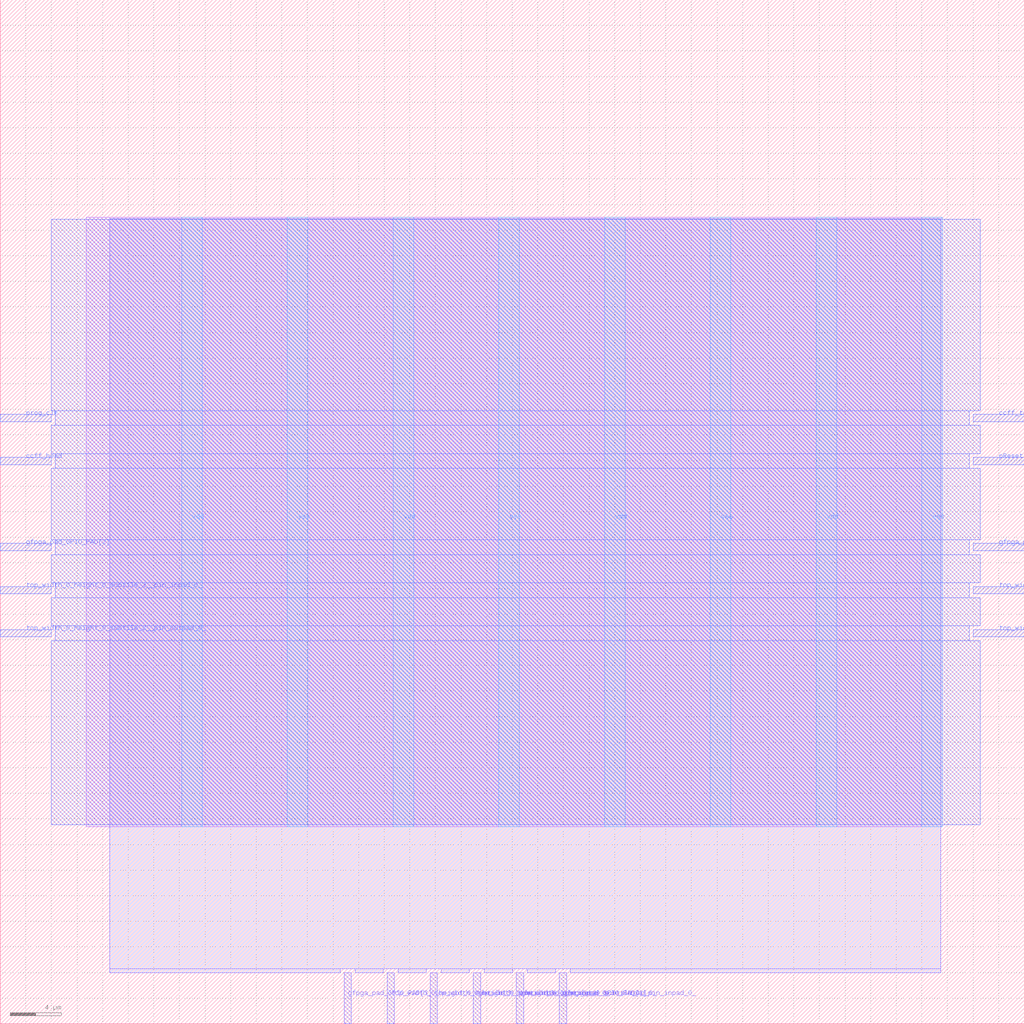
<source format=lef>
VERSION 5.7 ;
  NOWIREEXTENSIONATPIN ON ;
  DIVIDERCHAR "/" ;
  BUSBITCHARS "[]" ;
MACRO grid_io_bottom
  CLASS BLOCK ;
  FOREIGN grid_io_bottom ;
  ORIGIN 0.000 0.000 ;
  SIZE 80.000 BY 80.000 ;
  PIN ccff_head
    DIRECTION INPUT ;
    USE SIGNAL ;
    ANTENNAGATEAREA 0.741000 ;
    ANTENNADIFFAREA 0.410400 ;
    PORT
      LAYER Metal3 ;
        RECT 0.000 43.680 4.000 44.240 ;
    END
  END ccff_head
  PIN ccff_tail
    DIRECTION OUTPUT TRISTATE ;
    USE SIGNAL ;
    ANTENNADIFFAREA 1.986000 ;
    PORT
      LAYER Metal3 ;
        RECT 76.000 47.040 80.000 47.600 ;
    END
  END ccff_tail
  PIN gfpga_pad_GPIO_PAD[0]
    DIRECTION INOUT ;
    USE SIGNAL ;
    ANTENNADIFFAREA 2.080400 ;
    PORT
      LAYER Metal3 ;
        RECT 76.000 36.960 80.000 37.520 ;
    END
  END gfpga_pad_GPIO_PAD[0]
  PIN gfpga_pad_GPIO_PAD[1]
    DIRECTION INOUT ;
    USE SIGNAL ;
    ANTENNADIFFAREA 2.080400 ;
    PORT
      LAYER Metal2 ;
        RECT 43.680 0.000 44.240 4.000 ;
    END
  END gfpga_pad_GPIO_PAD[1]
  PIN gfpga_pad_GPIO_PAD[2]
    DIRECTION INOUT ;
    USE SIGNAL ;
    ANTENNADIFFAREA 2.080400 ;
    PORT
      LAYER Metal3 ;
        RECT 0.000 36.960 4.000 37.520 ;
    END
  END gfpga_pad_GPIO_PAD[2]
  PIN gfpga_pad_GPIO_PAD[3]
    DIRECTION INOUT ;
    USE SIGNAL ;
    ANTENNADIFFAREA 2.080400 ;
    PORT
      LAYER Metal2 ;
        RECT 26.880 0.000 27.440 4.000 ;
    END
  END gfpga_pad_GPIO_PAD[3]
  PIN pReset
    DIRECTION INPUT ;
    USE SIGNAL ;
    ANTENNAGATEAREA 0.726000 ;
    ANTENNADIFFAREA 0.410400 ;
    PORT
      LAYER Metal3 ;
        RECT 76.000 43.680 80.000 44.240 ;
    END
  END pReset
  PIN prog_clk
    DIRECTION INPUT ;
    USE SIGNAL ;
    ANTENNAGATEAREA 4.738000 ;
    ANTENNADIFFAREA 0.410400 ;
    PORT
      LAYER Metal3 ;
        RECT 0.000 47.040 4.000 47.600 ;
    END
  END prog_clk
  PIN top_width_0_height_0_subtile_0__pin_inpad_0_
    DIRECTION OUTPUT TRISTATE ;
    USE SIGNAL ;
    ANTENNADIFFAREA 1.986000 ;
    PORT
      LAYER Metal3 ;
        RECT 76.000 33.600 80.000 34.160 ;
    END
  END top_width_0_height_0_subtile_0__pin_inpad_0_
  PIN top_width_0_height_0_subtile_0__pin_outpad_0_
    DIRECTION INPUT ;
    USE SIGNAL ;
    ANTENNAGATEAREA 0.741000 ;
    ANTENNADIFFAREA 0.410400 ;
    PORT
      LAYER Metal3 ;
        RECT 76.000 30.240 80.000 30.800 ;
    END
  END top_width_0_height_0_subtile_0__pin_outpad_0_
  PIN top_width_0_height_0_subtile_1__pin_inpad_0_
    DIRECTION OUTPUT TRISTATE ;
    USE SIGNAL ;
    ANTENNADIFFAREA 2.080400 ;
    PORT
      LAYER Metal2 ;
        RECT 40.320 0.000 40.880 4.000 ;
    END
  END top_width_0_height_0_subtile_1__pin_inpad_0_
  PIN top_width_0_height_0_subtile_1__pin_outpad_0_
    DIRECTION INPUT ;
    USE SIGNAL ;
    ANTENNAGATEAREA 0.741000 ;
    ANTENNADIFFAREA 0.410400 ;
    PORT
      LAYER Metal2 ;
        RECT 36.960 0.000 37.520 4.000 ;
    END
  END top_width_0_height_0_subtile_1__pin_outpad_0_
  PIN top_width_0_height_0_subtile_2__pin_inpad_0_
    DIRECTION OUTPUT TRISTATE ;
    USE SIGNAL ;
    ANTENNADIFFAREA 2.080400 ;
    PORT
      LAYER Metal3 ;
        RECT 0.000 33.600 4.000 34.160 ;
    END
  END top_width_0_height_0_subtile_2__pin_inpad_0_
  PIN top_width_0_height_0_subtile_2__pin_outpad_0_
    DIRECTION INPUT ;
    USE SIGNAL ;
    ANTENNAGATEAREA 0.741000 ;
    ANTENNADIFFAREA 0.410400 ;
    PORT
      LAYER Metal3 ;
        RECT 0.000 30.240 4.000 30.800 ;
    END
  END top_width_0_height_0_subtile_2__pin_outpad_0_
  PIN top_width_0_height_0_subtile_3__pin_inpad_0_
    DIRECTION OUTPUT TRISTATE ;
    USE SIGNAL ;
    ANTENNADIFFAREA 2.080400 ;
    PORT
      LAYER Metal2 ;
        RECT 33.600 0.000 34.160 4.000 ;
    END
  END top_width_0_height_0_subtile_3__pin_inpad_0_
  PIN top_width_0_height_0_subtile_3__pin_outpad_0_
    DIRECTION INPUT ;
    USE SIGNAL ;
    ANTENNAGATEAREA 0.741000 ;
    ANTENNADIFFAREA 0.410400 ;
    PORT
      LAYER Metal2 ;
        RECT 30.240 0.000 30.800 4.000 ;
    END
  END top_width_0_height_0_subtile_3__pin_outpad_0_
  PIN vdd
    DIRECTION INOUT ;
    USE POWER ;
    PORT
      LAYER Metal4 ;
        RECT 14.180 15.380 15.780 63.020 ;
    END
    PORT
      LAYER Metal4 ;
        RECT 30.700 15.380 32.300 63.020 ;
    END
    PORT
      LAYER Metal4 ;
        RECT 47.220 15.380 48.820 63.020 ;
    END
    PORT
      LAYER Metal4 ;
        RECT 63.740 15.380 65.340 63.020 ;
    END
  END vdd
  PIN vss
    DIRECTION INOUT ;
    USE GROUND ;
    PORT
      LAYER Metal4 ;
        RECT 22.440 15.380 24.040 63.020 ;
    END
    PORT
      LAYER Metal4 ;
        RECT 38.960 15.380 40.560 63.020 ;
    END
    PORT
      LAYER Metal4 ;
        RECT 55.480 15.380 57.080 63.020 ;
    END
    PORT
      LAYER Metal4 ;
        RECT 72.000 15.380 73.600 63.020 ;
    END
  END vss
  OBS
      LAYER Metal1 ;
        RECT 6.720 15.380 73.600 63.020 ;
      LAYER Metal2 ;
        RECT 8.540 4.300 73.460 62.910 ;
        RECT 8.540 4.000 26.580 4.300 ;
        RECT 27.740 4.000 29.940 4.300 ;
        RECT 31.100 4.000 33.300 4.300 ;
        RECT 34.460 4.000 36.660 4.300 ;
        RECT 37.820 4.000 40.020 4.300 ;
        RECT 41.180 4.000 43.380 4.300 ;
        RECT 44.540 4.000 73.460 4.300 ;
      LAYER Metal3 ;
        RECT 4.000 47.900 76.580 62.860 ;
        RECT 4.300 46.740 75.700 47.900 ;
        RECT 4.000 44.540 76.580 46.740 ;
        RECT 4.300 43.380 75.700 44.540 ;
        RECT 4.000 37.820 76.580 43.380 ;
        RECT 4.300 36.660 75.700 37.820 ;
        RECT 4.000 34.460 76.580 36.660 ;
        RECT 4.300 33.300 75.700 34.460 ;
        RECT 4.000 31.100 76.580 33.300 ;
        RECT 4.300 29.940 75.700 31.100 ;
        RECT 4.000 15.540 76.580 29.940 ;
  END
END grid_io_bottom
END LIBRARY


</source>
